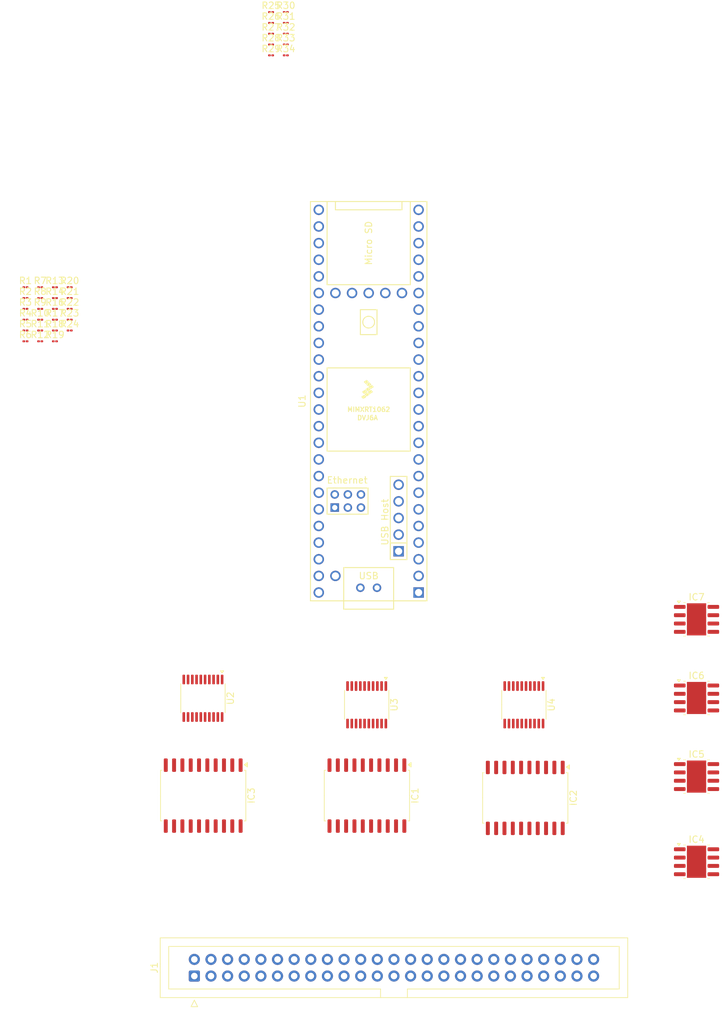
<source format=kicad_pcb>
(kicad_pcb (version 20240108) (generator "pcbnew") (generator_version "8.0")
  (layers (0 "F.Cu" signal) (31 "B.Cu" signal) (34 "B.Paste" user) (35 "F.Paste" user) (36 "B.SilkS" user "B.Silkscreen") (37 "F.SilkS" user "F.Silkscreen") (38 "B.Mask" user) (39 "F.Mask" user) (44 "Edge.Cuts" user))
  (net 0 "")
  (net 1 "GND")
  (net 2 "/cable_cb5")
  (net 3 "/cable_select_out_attn_in")
  (net 4 "/cable_command_req")
  (net 5 "/cable_cb7")
  (net 6 "/cable_index")
  (net 7 "/cable_sector_mark")
  (net 8 "/cable_read_data_d+")
  (net 9 "/cable_write_data_d-")
  (net 10 "/cable_write_gate")
  (net 12 "/cable_busy")
  (net 13 "/cable_read_data_d-")
  (net 14 "/cable_port_enable")
  (net 15 "/cable_read_ref_clock_d+")
  (net 16 "/cable_param_req")
  (net 17 "/cable_cb2")
  (net 18 "/cable_cb1")
  (net 19 "/cable_write_clock_d+")
  (net 20 "/cable_cb6")
  (net 21 "/cable_write_data_d+")
  (net 22 "/cable_cb0")
  (net 23 "/cable_attention")
  (net 25 "/cable_bus_ack")
  (net 26 "/cable_cb4")
  (net 27 "/cable_read_gate")
  (net 28 "/cable_read_ref_clock_d-")
  (net 29 "/cable_write_clock_d-")
  (net 30 "/cable_bus_direction")
  (net 31 "/cable_cb3")
  (net 33 "Net-(DS1-A_A)")
  (net 35 "Net-(DS1-A_B)")
  (net 40 "+3V3")
  (net 42 "Net-(DS1-A_C)")
  (net 49 "Net-(DS1-A_D)")
  (net 55 "Net-(DS1-A_E)")
  (net 58 "Net-(DS1-A_F)")
  (net 59 "Net-(DS1-A_G)")
  (net 69 "Net-(DS1-A_H)")
  (net 71 "Net-(DS1-A_J)")
  (net 79 "Net-(DS1-A_K)")
  (net 81 "/ansi_read_data_3v")
  (net 82 "/ansi_busy_3v")
  (net 85 "/ansi_cb4_3v")
  (net 86 "+5V")
  (net 87 "/ansi_cb6_3v")
  (net 90 "/ansi_read_gate_3v")
  (net 91 "/ansi_cb2_3v")
  (net 92 "/ansi_cb2_5v")
  (net 93 "/ansi_cb4_5v")
  (net 94 "/ansi_cb3_5v")
  (net 95 "/ansi_cb5_5v")
  (net 96 "/ansi_cb6_5v")
  (net 97 "/ansi_cb0_5v")
  (net 98 "/ansi_cb1_5v")
  (net 99 "/ansi_cb7_5v")
  (net 100 "/ansi_param_req_5v")
  (net 101 "/ansi_select_out_attn_in_5v")
  (net 102 "/ansi_read_gate_5v")
  (net 103 "/ansi_write_data_5v")
  (net 104 "/ansi_command_req_5v")
  (net 105 "/ansi_write_gate_5v")
  (net 106 "/ansi_write_clock_5v")
  (net 107 "/ansi_bus_direction_5v")
  (net 108 "/ansi_bus_ack_5v")
  (net 109 "/ansi_read_ref_clock_5v")
  (net 110 "/ansi_busy_5v")
  (net 111 "/ansi_sector_mark_5v")
  (net 112 "/ansi_read_data_5v")
  (net 113 "/ansi_index_5v")
  (net 114 "/ansi_port_enable_5v")
  (net 115 "/ansi_attention_5v")
  (net 128 "/ansi_sector_mark_3v")
  (net 129 "/ansi_cb3_3v")
  (net 130 "/ansi_attention_3v")
  (net 131 "/ansi_write_clock_3v")
  (net 132 "/ansi_cb7_3v")
  (net 133 "/ansi_select_out_attn_in_3v")
  (net 134 "/ansi_command_req_3v")
  (net 135 "/ansi_cb0_3v")
  (net 136 "/ansi_index_3v")
  (net 137 "/ansi_cb5_3v")
  (net 138 "/ansi_read_ref_clock_3v")
  (net 139 "/ansi_param_req_3v")
  (net 140 "/ansi_write_gate_3v")
  (net 141 "/ansi_bus_ack_3v")
  (net 142 "/ansi_port_enable_3v")
  (net 143 "/ansi_write_data_3v")
  (net 144 "/ansi_bus_direction_3v")
  (net 145 "/ansi_cb1_3v")
  (footprint "Resistor_SMD:R_01005_0402Metric" (layer "F.Cu") (at 68.725 31.7)
    (property "Reference" "R32" (at 0 -1 0) (layer "F.SilkS"))
    (property "Value" "150 / 10%")
    (pad "1" smd roundrect (at -0.25 0) (size 0.4 0.3) (layers "F.Cu" "F.Mask") (net 69 "Net-(DS1-A_H)"))
    (pad "2" smd roundrect (at 0.25 0) (size 0.4 0.3) (layers "F.Cu" "F.Mask"))
  )
  (footprint "Resistor_SMD:R_01005_0402Metric" (layer "F.Cu") (at 28.975 75.35)
    (property "Reference" "R4" (at 0 -1 0) (layer "F.SilkS"))
    (property "Value" "330 / %5")
    (pad "1" smd roundrect (at -0.25 0) (size 0.4 0.3) (layers "F.Cu" "F.Mask") (net 27 "/cable_read_gate"))
    (pad "2" smd roundrect (at 0.25 0) (size 0.4 0.3) (layers "F.Cu" "F.Mask") (net 1 "GND"))
  )
  (footprint "Resistor_SMD:R_01005_0402Metric" (layer "F.Cu") (at 35.725 77)
    (property "Reference" "R24" (at 0 -1 0) (layer "F.SilkS"))
    (property "Value" "100 / 10%")
    (pad "1" smd roundrect (at -0.25 0) (size 0.4 0.3) (layers "F.Cu" "F.Mask") (net 8 "/cable_read_data_d+"))
    (pad "2" smd roundrect (at 0.25 0) (size 0.4 0.3) (layers "F.Cu" "F.Mask") (net 1 "GND"))
  )
  (footprint "Resistor_SMD:R_01005_0402Metric" (layer "F.Cu") (at 33.475 78.65)
    (property "Reference" "R19" (at 0 -1 0) (layer "F.SilkS"))
    (property "Value" "100 / 10%")
    (pad "1" smd roundrect (at -0.25 0) (size 0.4 0.3) (layers "F.Cu" "F.Mask") (net 9 "/cable_write_data_d-"))
    (pad "2" smd roundrect (at 0.25 0) (size 0.4 0.3) (layers "F.Cu" "F.Mask") (net 1 "GND"))
  )
  (footprint "Resistor_SMD:R_01005_0402Metric" (layer "F.Cu") (at 28.975 78.65)
    (property "Reference" "R6" (at 0 -1 0) (layer "F.SilkS"))
    (property "Value" "330 / %5")
    (pad "1" smd roundrect (at -0.25 0) (size 0.4 0.3) (layers "F.Cu" "F.Mask") (net 10 "/cable_write_gate"))
    (pad "2" smd roundrect (at 0.25 0) (size 0.4 0.3) (layers "F.Cu" "F.Mask") (net 1 "GND"))
  )
  (footprint "Resistor_SMD:R_01005_0402Metric" (layer "F.Cu") (at 35.725 73.7)
    (property "Reference" "R22" (at 0 -1 0) (layer "F.SilkS"))
    (property "Value" "100 / 10%")
    (pad "1" smd roundrect (at -0.25 0) (size 0.4 0.3) (layers "F.Cu" "F.Mask") (net 15 "/cable_read_ref_clock_d+"))
    (pad "2" smd roundrect (at 0.25 0) (size 0.4 0.3) (layers "F.Cu" "F.Mask") (net 1 "GND"))
  )
  (footprint "Resistor_SMD:R_01005_0402Metric" (layer "F.Cu") (at 68.725 30.05)
    (property "Reference" "R31" (at 0 -1 0) (layer "F.SilkS"))
    (property "Value" "150 / 10%")
    (pad "1" smd roundrect (at -0.25 0) (size 0.4 0.3) (layers "F.Cu" "F.Mask") (net 59 "Net-(DS1-A_G)"))
    (pad "2" smd roundrect (at 0.25 0) (size 0.4 0.3) (layers "F.Cu" "F.Mask"))
  )
  (footprint "Resistor_SMD:R_01005_0402Metric" (layer "F.Cu") (at 33.475 73.7)
    (property "Reference" "R16" (at 0 -1 0) (layer "F.SilkS"))
    (property "Value" "10k / 10%")
    (pad "1" smd roundrect (at -0.25 0) (size 0.4 0.3) (layers "F.Cu" "F.Mask") (net 86 "+5V"))
    (pad "2" smd roundrect (at 0.25 0) (size 0.4 0.3) (layers "F.Cu" "F.Mask") (net 14 "/cable_port_enable"))
  )
  (footprint "Resistor_SMD:R_01005_0402Metric" (layer "F.Cu") (at 68.725 33.35)
    (property "Reference" "R33" (at 0 -1 0) (layer "F.SilkS"))
    (property "Value" "150 / 10%")
    (pad "1" smd roundrect (at -0.25 0) (size 0.4 0.3) (layers "F.Cu" "F.Mask") (net 71 "Net-(DS1-A_J)"))
    (pad "2" smd roundrect (at 0.25 0) (size 0.4 0.3) (layers "F.Cu" "F.Mask"))
  )
  (footprint "Resistor_SMD:R_01005_0402Metric" (layer "F.Cu") (at 35.725 75.35)
    (property "Reference" "R23" (at 0 -1 0) (layer "F.SilkS"))
    (property "Value" "100 / 10%")
    (pad "1" smd roundrect (at -0.25 0) (size 0.4 0.3) (layers "F.Cu" "F.Mask") (net 13 "/cable_read_data_d-"))
    (pad "2" smd roundrect (at 0.25 0) (size 0.4 0.3) (layers "F.Cu" "F.Mask") (net 1 "GND"))
  )
  (footprint "Package_SO:TSSOP-20_4.4x6.5mm_P0.65mm" (layer "F.Cu") (at 105.075 134.1375 -90)
    (property "Reference" "U4" (at 0 -4.2 90) (layer "F.SilkS"))
    (property "Value" "TXS0108EPW")
    (pad "1" smd roundrect (at -2.8625 -2.925 270) (size 1.475 0.4) (layers "F.Cu" "F.Paste" "F.Mask") (net 141 "/ansi_bus_ack_3v"))
    (pad "2" smd roundrect (at -2.8625 -2.275 270) (size 1.475 0.4) (layers "F.Cu" "F.Paste" "F.Mask") (net 40 "+3V3"))
    (pad "3" smd roundrect (at -2.8625 -1.625 270) (size 1.475 0.4) (layers "F.Cu" "F.Paste" "F.Mask") (net 136 "/ansi_index_3v"))
    (pad "4" smd roundrect (at -2.8625 -0.975 270) (size 1.475 0.4) (layers "F.Cu" "F.Paste" "F.Mask") (net 128 "/ansi_sector_mark_3v"))
    (pad "5" smd roundrect (at -2.8625 -0.325 270) (size 1.475 0.4) (layers "F.Cu" "F.Paste" "F.Mask") (net 130 "/ansi_attention_3v"))
    (pad "6" smd roundrect (at -2.8625 0.325 270) (size 1.475 0.4) (layers "F.Cu" "F.Paste" "F.Mask") (net 82 "/ansi_busy_3v"))
    (pad "7" smd roundrect (at -2.8625 0.975 270) (size 1.475 0.4) (layers "F.Cu" "F.Paste" "F.Mask") (net 142 "/ansi_port_enable_3v"))
    (pad "8" smd roundrect (at -2.8625 1.625 270) (size 1.475 0.4) (layers "F.Cu" "F.Paste" "F.Mask") (net 138 "/ansi_read_ref_clock_3v"))
    (pad "9" smd roundrect (at -2.8625 2.275 270) (size 1.475 0.4) (layers "F.Cu" "F.Paste" "F.Mask") (net 81 "/ansi_read_data_3v"))
    (pad "10" smd roundrect (at -2.8625 2.925 270) (size 1.475 0.4) (layers "F.Cu" "F.Paste" "F.Mask") (net 86 "+5V"))
    (pad "11" smd roundrect (at 2.8625 2.925 270) (size 1.475 0.4) (layers "F.Cu" "F.Paste" "F.Mask") (net 1 "GND"))
    (pad "12" smd roundrect (at 2.8625 2.275 270) (size 1.475 0.4) (layers "F.Cu" "F.Paste" "F.Mask") (net 112 "/ansi_read_data_5v"))
    (pad "13" smd roundrect (at 2.8625 1.625 270) (size 1.475 0.4) (layers "F.Cu" "F.Paste" "F.Mask") (net 109 "/ansi_read_ref_clock_5v"))
    (pad "14" smd roundrect (at 2.8625 0.975 270) (size 1.475 0.4) (layers "F.Cu" "F.Paste" "F.Mask") (net 114 "/ansi_port_enable_5v"))
    (pad "15" smd roundrect (at 2.8625 0.325 270) (size 1.475 0.4) (layers "F.Cu" "F.Paste" "F.Mask") (net 110 "/ansi_busy_5v"))
    (pad "16" smd roundrect (at 2.8625 -0.325 270) (size 1.475 0.4) (layers "F.Cu" "F.Paste" "F.Mask") (net 115 "/ansi_attention_5v"))
    (pad "17" smd roundrect (at 2.8625 -0.975 270) (size 1.475 0.4) (layers "F.Cu" "F.Paste" "F.Mask") (net 111 "/ansi_sector_mark_5v"))
    (pad "18" smd roundrect (at 2.8625 -1.625 270) (size 1.475 0.4) (layers "F.Cu" "F.Paste" "F.Mask") (net 113 "/ansi_index_5v"))
    (pad "19" smd roundrect (at 2.8625 -2.275 270) (size 1.475 0.4) (layers "F.Cu" "F.Paste" "F.Mask") (net 86 "+5V"))
    (pad "20" smd roundrect (at 2.8625 -2.925 270) (size 1.475 0.4) (layers "F.Cu" "F.Paste" "F.Mask") (net 108 "/ansi_bus_ack_5v"))
  )
  (footprint "Package_SO:SOIC-8-1EP_3.9x4.9mm_P1.27mm_EP2.95x4.9mm_Mask2.71x3.4mm" (layer "F.Cu") (at 131.4375 158.095)
    (property "Reference" "IC4" (at 0 -3.4 0) (layer "F.SilkS"))
    (property "Value" "SN75176BP")
    (pad "1" smd roundrect (at -2.5625 -1.905) (size 1.775 0.6) (layers "F.Cu" "F.Paste" "F.Mask") (net 106 "/ansi_write_clock_5v"))
    (pad "2" smd roundrect (at -2.5625 -0.635) (size 1.775 0.6) (layers "F.Cu" "F.Paste" "F.Mask") (net 1 "GND"))
    (pad "3" smd roundrect (at -2.5625 0.635) (size 1.775 0.6) (layers "F.Cu" "F.Paste" "F.Mask") (net 1 "GND"))
    (pad "4" smd roundrect (at -2.5625 1.905) (size 1.775 0.6) (layers "F.Cu" "F.Paste" "F.Mask"))
    (pad "5" smd roundrect (at 2.5625 1.905) (size 1.775 0.6) (layers "F.Cu" "F.Paste" "F.Mask") (net 1 "GND"))
    (pad "6" smd roundrect (at 2.5625 0.635) (size 1.775 0.6) (layers "F.Cu" "F.Paste" "F.Mask") (net 19 "/cable_write_clock_d+"))
    (pad "7" smd roundrect (at 2.5625 -0.635) (size 1.775 0.6) (layers "F.Cu" "F.Paste" "F.Mask") (net 29 "/cable_write_clock_d-"))
    (pad "8" smd roundrect (at 2.5625 -1.905) (size 1.775 0.6) (layers "F.Cu" "F.Paste" "F.Mask") (net 86 "+5V"))
    (pad "9" smd rect (at 0 0) (size 2.95 4.9) (property pad_prop_heatsink) (layers "F.Cu"))
  )
  (footprint "Resistor_SMD:R_01005_0402Metric" (layer "F.Cu") (at 28.975 73.7)
    (property "Reference" "R3" (at 0 -1 0) (layer "F.SilkS"))
    (property "Value" "220 / 5%")
    (pad "1" smd roundrect (at -0.25 0) (size 0.4 0.3) (layers "F.Cu" "F.Mask") (net 86 "+5V"))
    (pad "2" smd roundrect (at 0.25 0) (size 0.4 0.3) (layers "F.Cu" "F.Mask") (net 27 "/cable_read_gate"))
  )
  (footprint "Resistor_SMD:R_01005_0402Metric" (layer "F.Cu") (at 31.225 72.05)
    (property "Reference" "R8" (at 0 -1 0) (layer "F.SilkS"))
    (property "Value" "330 / %5")
    (pad "1" smd roundrect (at -0.25 0) (size 0.4 0.3) (layers "F.Cu" "F.Mask") (net 3 "/cable_select_out_attn_in"))
    (pad "2" smd roundrect (at 0.25 0) (size 0.4 0.3) (layers "F.Cu" "F.Mask") (net 1 "GND"))
  )
  (footprint "Resistor_SMD:R_01005_0402Metric" (layer "F.Cu") (at 31.225 75.35)
    (property "Reference" "R10" (at 0 -1 0) (layer "F.SilkS"))
    (property "Value" "330 / %5")
    (pad "1" smd roundrect (at -0.25 0) (size 0.4 0.3) (layers "F.Cu" "F.Mask") (net 4 "/cable_command_req"))
    (pad "2" smd roundrect (at 0.25 0) (size 0.4 0.3) (layers "F.Cu" "F.Mask") (net 1 "GND"))
  )
  (footprint "Connector_IDC:IDC-Header_2x25_P2.54mm_Vertical" (layer "F.Cu") (at 54.76 175.54 90)
    (property "Reference" "J1" (at 1.27 -6.1 -90) (layer "F.SilkS"))
    (property "Value" "Conn_02x25_Odd_Even")
    (pad "1" thru_hole roundrect (at 0 0 90) (size 1.7 1.7) (drill 1) (layers "*.Cu" "*.Mask") (roundrect_rratio 0.147059) (net 1 "GND"))
    (pad "2" thru_hole circle (at 2.54 0 90) (size 1.7 1.7) (drill 1) (layers "*.Cu" "*.Mask") (net 22 "/cable_cb0"))
    (pad "3" thru_hole circle (at 0 2.54 90) (size 1.7 1.7) (drill 1) (layers "*.Cu" "*.Mask") (net 18 "/cable_cb1"))
    (pad "4" thru_hole circle (at 2.54 2.54 90) (size 1.7 1.7) (drill 1) (layers "*.Cu" "*.Mask") (net 17 "/cable_cb2"))
    (pad "5" thru_hole circle (at 0 5.08 90) (size 1.7 1.7) (drill 1) (layers "*.Cu" "*.Mask") (net 31 "/cable_cb3"))
    (pad "6" thru_hole circle (at 2.54 5.08 90) (size 1.7 1.7) (drill 1) (layers "*.Cu" "*.Mask") (net 26 "/cable_cb4"))
    (pad "7" thru_hole circle (at 0 7.62 90) (size 1.7 1.7) (drill 1) (layers "*.Cu" "*.Mask") (net 2 "/cable_cb5"))
    (pad "8" thru_hole circle (at 2.54 7.62 90) (size 1.7 1.7) (drill 1) (layers "*.Cu" "*.Mask") (net 20 "/cable_cb6"))
    (pad "9" thru_hole circle (at 0 10.16 90) (size 1.7 1.7) (drill 1) (layers "*.Cu" "*.Mask") (net 5 "/cable_cb7"))
    (pad "10" thru_hole circle (at 2.54 10.16 90) (size 1.7 1.7) (drill 1) (layers "*.Cu" "*.Mask") (net 1 "GND"))
    (pad "11" thru_hole circle (at 0 12.7 90) (size 1.7 1.7) (drill 1) (layers "*.Cu" "*.Mask"))
    (pad "12" thru_hole circle (at 2.54 12.7 90) (size 1.7 1.7) (drill 1) (layers "*.Cu" "*.Mask") (net 1 "GND"))
    (pad "13" thru_hole circle (at 0 15.24 90) (size 1.7 1.7) (drill 1) (layers "*.Cu" "*.Mask") (net 3 "/cable_select_out_attn_in"))
    (pad "14" thru_hole circle (at 2.54 15.24 90) (size 1.7 1.7) (drill 1) (layers "*.Cu" "*.Mask") (net 1 "GND"))
    (pad "15" thru_hole circle (at 0 17.78 90) (size 1.7 1.7) (drill 1) (layers "*.Cu" "*.Mask") (net 4 "/cable_command_req"))
    (pad "16" thru_hole circle (at 2.54 17.78 90) (size 1.7 1.7) (drill 1) (layers "*.Cu" "*.Mask") (net 1 "GND"))
    (pad "17" thru_hole circle (at 0 20.32 90) (size 1.7 1.7) (drill 1) (layers "*.Cu" "*.Mask") (net 16 "/cable_param_req"))
    (pad "18" thru_hole circle (at 2.54 20.32 90) (size 1.7 1.7) (drill 1) (layers "*.Cu" "*.Mask") (net 1 "GND"))
    (pad "19" thru_hole circle (at 0 22.86 90) (size 1.7 1.7) (drill 1) (layers "*.Cu" "*.Mask") (net 30 "/cable_bus_direction"))
    (pad "20" thru_hole circle (at 2.54 22.86 90) (size 1.7 1.7) (drill 1) (layers "*.Cu" "*.Mask") (net 1 "GND"))
    (pad "21" thru_hole circle (at 0 25.4 90) (size 1.7 1.7) (drill 1) (layers "*.Cu" "*.Mask") (net 14 "/cable_port_enable"))
    (pad "22" thru_hole circle (at 2.54 25.4 90) (size 1.7 1.7) (drill 1) (layers "*.Cu" "*.Mask") (net 1 "GND"))
    (pad "23" thru_hole circle (at 0 27.94 90) (size 1.7 1.7) (drill 1) (layers "*.Cu" "*.Mask"))
    (pad "24" thru_hole circle (at 2.54 27.94 90) (size 1.7 1.7) (drill 1) (layers "*.Cu" "*.Mask") (net 1 "GND"))
    (pad "25" thru_hole circle (at 0 30.48 90) (size 1.7 1.7) (drill 1) (layers "*.Cu" "*.Mask") (net 27 "/cable_read_gate"))
    (pad "26" thru_hole circle (at 2.54 30.48 90) (size 1.7 1.7) (drill 1) (layers "*.Cu" "*.Mask") (net 1 "GND"))
    (pad "27" thru_hole circle (at 0 33.02 90) (size 1.7 1.7) (drill 1) (layers "*.Cu" "*.Mask") (net 10 "/cable_write_gate"))
    (pad "28" thru_hole circle (at 2.54 33.02 90) (size 1.7 1.7) (drill 1) (layers "*.Cu" "*.Mask") (net 1 "GND"))
    (pad "29" thru_hole circle (at 0 35.56 90) (size 1.7 1.7) (drill 1) (layers "*.Cu" "*.Mask") (net 25 "/cable_bus_ack"))
    (pad "30" thru_hole circle (at 2.54 35.56 90) (size 1.7 1.7) (drill 1) (layers "*.Cu" "*.Mask") (net 1 "GND"))
    (pad "31" thru_hole circle (at 0 38.1 90) (size 1.7 1.7) (drill 1) (layers "*.Cu" "*.Mask") (net 6 "/cable_index"))
    (pad "32" thru_hole circle (at 2.54 38.1 90) (size 1.7 1.7) (drill 1) (layers "*.Cu" "*.Mask") (net 1 "GND"))
    (pad "33" thru_hole circle (at 0 40.64 90) (size 1.7 1.7) (drill 1) (layers "*.Cu" "*.Mask") (net 7 "/cable_sector_mark"))
    (pad "34" thru_hole circle (at 2.54 40.64 90) (size 1.7 1.7) (drill 1) (layers "*.Cu" "*.Mask") (net 1 "GND"))
    (pad "35" thru_hole circle (at 0 43.18 90) (size 1.7 1.7) (drill 1) (layers "*.Cu" "*.Mask") (net 23 "/cable_attention"))
    (pad "36" thru_hole circle (at 2.54 43.18 90) (size 1.7 1.7) (drill 1) (layers "*.Cu" "*.Mask") (net 1 "GND"))
    (pad "37" thru_hole circle (at 0 45.72 90) (size 1.7 1.7) (drill 1) (layers "*.Cu" "*.Mask") (net 12 "/cable_busy"))
    (pad "38" thru_hole circle (at 2.54 45.72 90) (size 1.7 1.7) (drill 1) (layers "*.Cu" "*.Mask") (net 1 "GND"))
    (pad "39" thru_hole circle (at 0 48.26 90) (size 1.7 1.7) (drill 1) (layers "*.Cu" "*.Mask") (net 8 "/cable_read_data_d+"))
    (pad "40" thru_hole circle (at 2.54 48.26 90) (size 1.7 1.7) (drill 1) (layers "*.Cu" "*.Mask") (net 13 "/cable_read_data_d-"))
    (pad "41" thru_hole circle (at 0 50.8 90) (size 1.7 1.7) (drill 1) (layers "*.Cu" "*.Mask") (net 1 "GND"))
    (pad "42" thru_hole circle (at 2.54 50.8 90) (size 1.7 1.7) (drill 1) (layers "*.Cu" "*.Mask") (net 15 "/cable_read_ref_clock_d+"))
    (pad "43" thru_hole circle (at 0 53.34 90) (size 1.7 1.7) (drill 1) (layers "*.Cu" "*.Mask") (net 28 "/cable_read_ref_clock_d-"))
    (pad "44" thru_hole circle (at 2.54 53.34 90) (size 1.7 1.7) (drill 1) (layers "*.Cu" "*.Mask") (net 1 "GND"))
    (pad "45" thru_hole circle (at 0 55.88 90) (size 1.7 1.7) (drill 1) (layers "*.Cu" "*.Mask") (net 19 "/cable_write_clock_d+"))
    (pad "46" thru_hole circle (at 2.54 55.88 90) (size 1.7 1.7) (drill 1) (layers "*.Cu" "*.Mask") (net 29 "/cable_write_clock_d-"))
    (pad "47" thru_hole circle (at 0 58.42 90) (size 1.7 1.7) (drill 1) (layers "*.Cu" "*.Mask") (net 1 "GND"))
    (pad "48" thru_hole circle (at 2.54 58.42 90) (size 1.7 1.7) (drill 1) (layers "*.Cu" "*.Mask") (net 21 "/cable_write_data_d+"))
    (pad "49" thru_hole circle (at 0 60.96 90) (size 1.7 1.7) (drill 1) (layers "*.Cu" "*.Mask") (net 9 "/cable_write_data_d-"))
    (pad "50" thru_hole circle (at 2.54 60.96 90) (size 1.7 1.7) (drill 1) (layers "*.Cu" "*.Mask") (net 1 "GND"))
  )
  (footprint "Resistor_SMD:R_01005_0402Metric" (layer "F.Cu") (at 31.225 78.65)
    (property "Reference" "R12" (at 0 -1 0) (layer "F.SilkS"))
    (property "Value" "330 / %5")
    (pad "1" smd roundrect (at -0.25 0) (size 0.4 0.3) (layers "F.Cu" "F.Mask") (net 16 "/cable_param_req"))
    (pad "2" smd roundrect (at 0.25 0) (size 0.4 0.3) (layers "F.Cu" "F.Mask") (net 1 "GND"))
  )
  (footprint "Package_SO:SOIC-8-1EP_3.9x4.9mm_P1.27mm_EP2.95x4.9mm_Mask2.71x3.4mm" (layer "F.Cu") (at 131.4375 145.095)
    (property "Reference" "IC5" (at 0 -3.4 0) (layer "F.SilkS"))
    (property "Value" "SN75176BP")
    (pad "1" smd roundrect (at -2.5625 -1.905) (size 1.775 0.6) (layers "F.Cu" "F.Paste" "F.Mask") (net 103 "/ansi_write_data_5v"))
    (pad "2" smd roundrect (at -2.5625 -0.635) (size 1.775 0.6) (layers "F.Cu" "F.Paste" "F.Mask") (net 1 "GND"))
    (pad "3" smd roundrect (at -2.5625 0.635) (size 1.775 0.6) (layers "F.Cu" "F.Paste" "F.Mask") (net 1 "GND"))
    (pad "4" smd roundrect (at -2.5625 1.905) (size 1.775 0.6) (layers "F.Cu" "F.Paste" "F.Mask"))
    (pad "5" smd roundrect (at 2.5625 1.905) (size 1.775 0.6) (layers "F.Cu" "F.Paste" "F.Mask") (net 1 "GND"))
    (pad "6" smd roundrect (at 2.5625 0.635) (size 1.775 0.6) (layers "F.Cu" "F.Paste" "F.Mask") (net 21 "/cable_write_data_d+"))
    (pad "7" smd roundrect (at 2.5625 -0.635) (size 1.775 0.6) (layers "F.Cu" "F.Paste" "F.Mask") (net 9 "/cable_write_data_d-"))
    (pad "8" smd roundrect (at 2.5625 -1.905) (size 1.775 0.6) (layers "F.Cu" "F.Paste" "F.Mask") (net 86 "+5V"))
    (pad "9" smd rect (at 0 0) (size 2.95 4.9) (property pad_prop_heatsink) (layers "F.Cu"))
  )
  (footprint "Resistor_SMD:R_01005_0402Metric" (layer "F.Cu") (at 33.475 75.35)
    (property "Reference" "R17" (at 0 -1 0) (layer "F.SilkS"))
    (property "Value" "100 / 10%")
    (pad "1" smd roundrect (at -0.25 0) (size 0.4 0.3) (layers "F.Cu" "F.Mask") (net 29 "/cable_write_clock_d-"))
    (pad "2" smd roundrect (at 0.25 0) (size 0.4 0.3) (layers "F.Cu" "F.Mask") (net 1 "GND"))
  )
  (footprint "Resistor_SMD:R_01005_0402Metric" (layer "F.Cu") (at 66.475 31.7)
    (property "Reference" "R27" (at 0 -1 0) (layer "F.SilkS"))
    (property "Value" "150 / 10%")
    (pad "1" smd roundrect (at -0.25 0) (size 0.4 0.3) (layers "F.Cu" "F.Mask") (net 42 "Net-(DS1-A_C)"))
    (pad "2" smd roundrect (at 0.25 0) (size 0.4 0.3) (layers "F.Cu" "F.Mask"))
  )
  (footprint "Package_SO:SOIC-8-1EP_3.9x4.9mm_P1.27mm_EP2.95x4.9mm_Mask2.71x3.4mm" (layer "F.Cu") (at 131.4375 133.095)
    (property "Reference" "IC6" (at 0 -3.4 0) (layer "F.SilkS"))
    (property "Value" "SN75176BP")
    (pad "1" smd roundrect (at -2.5625 -1.905) (size 1.775 0.6) (layers "F.Cu" "F.Paste" "F.Mask"))
    (pad "2" smd roundrect (at -2.5625 -0.635) (size 1.775 0.6) (layers "F.Cu" "F.Paste" "F.Mask") (net 86 "+5V"))
    (pad "3" smd roundrect (at -2.5625 0.635) (size 1.775 0.6) (layers "F.Cu" "F.Paste" "F.Mask") (net 86 "+5V"))
    (pad "4" smd roundrect (at -2.5625 1.905) (size 1.775 0.6) (layers "F.Cu" "F.Paste" "F.Mask") (net 109 "/ansi_read_ref_clock_5v"))
    (pad "5" smd roundrect (at 2.5625 1.905) (size 1.775 0.6) (layers "F.Cu" "F.Paste" "F.Mask") (net 1 "GND"))
    (pad "6" smd roundrect (at 2.5625 0.635) (size 1.775 0.6) (layers "F.Cu" "F.Paste" "F.Mask") (net 15 "/cable_read_ref_clock_d+"))
    (pad "7" smd roundrect (at 2.5625 -0.635) (size 1.775 0.6) (layers "F.Cu" "F.Paste" "F.Mask") (net 28 "/cable_read_ref_clock_d-"))
    (pad "8" smd roundrect (at 2.5625 -1.905) (size 1.775 0.6) (layers "F.Cu" "F.Paste" "F.Mask") (net 86 "+5V"))
    (pad "9" smd rect (at 0 0) (size 2.95 4.9) (property pad_prop_heatsink) (layers "F.Cu"))
  )
  (footprint "Resistor_SMD:R_01005_0402Metric" (layer "F.Cu") (at 35.725 72.05)
    (property "Reference" "R21" (at 0 -1 0) (layer "F.SilkS"))
    (property "Value" "100 / 10%")
    (pad "1" smd roundrect (at -0.25 0) (size 0.4 0.3) (layers "F.Cu" "F.Mask") (net 28 "/cable_read_ref_clock_d-"))
    (pad "2" smd roundrect (at 0.25 0) (size 0.4 0.3) (layers "F.Cu" "F.Mask") (net 1 "GND"))
  )
  (footprint "Resistor_SMD:R_01005_0402Metric" (layer "F.Cu") (at 33.475 70.4)
    (property "Reference" "R13" (at 0 -1 0) (layer "F.SilkS"))
    (property "Value" "220 / 5%")
    (pad "1" smd roundrect (at -0.25 0) (size 0.4 0.3) (layers "F.Cu" "F.Mask") (net 86 "+5V"))
    (pad "2" smd roundrect (at 0.25 0) (size 0.4 0.3) (layers "F.Cu" "F.Mask") (net 14 "/cable_port_enable"))
  )
  (footprint "Resistor_SMD:R_01005_0402Metric" (layer "F.Cu") (at 33.475 77)
    (property "Reference" "R18" (at 0 -1 0) (layer "F.SilkS"))
    (property "Value" "100 / 10%")
    (pad "1" smd roundrect (at -0.25 0) (size 0.4 0.3) (layers "F.Cu" "F.Mask") (net 19 "/cable_write_clock_d+"))
    (pad "2" smd roundrect (at 0.25 0) (size 0.4 0.3) (layers "F.Cu" "F.Mask") (net 1 "GND"))
  )
  (footprint "Resistor_SMD:R_01005_0402Metric" (layer "F.Cu") (at 31.225 73.7)
    (property "Reference" "R9" (at 0 -1 0) (layer "F.SilkS"))
    (property "Value" "220 / 5%")
    (pad "1" smd roundrect (at -0.25 0) (size 0.4 0.3) (layers "F.Cu" "F.Mask") (net 86 "+5V"))
    (pad "2" smd roundrect (at 0.25 0) (size 0.4 0.3) (layers "F.Cu" "F.Mask") (net 4 "/cable_command_req"))
  )
  (footprint "Resistor_SMD:R_01005_0402Metric" (layer "F.Cu") (at 28.975 70.4)
    (property "Reference" "R1" (at 0 -1 0) (layer "F.SilkS"))
    (property "Value" "220 / 5%")
    (pad "1" smd roundrect (at -0.25 0) (size 0.4 0.3) (layers "F.Cu" "F.Mask") (net 86 "+5V"))
    (pad "2" smd roundrect (at 0.25 0) (size 0.4 0.3) (layers "F.Cu" "F.Mask") (net 30 "/cable_bus_direction"))
  )
  (footprint "Resistor_SMD:R_01005_0402Metric" (layer "F.Cu") (at 33.475 72.05)
    (property "Reference" "R14" (at 0 -1 0) (layer "F.SilkS"))
    (property "Value" "330 / %5")
    (pad "1" smd roundrect (at -0.25 0) (size 0.4 0.3) (layers "F.Cu" "F.Mask") (net 14 "/cable_port_enable"))
    (pad "2" smd roundrect (at 0.25 0) (size 0.4 0.3) (layers "F.Cu" "F.Mask") (net 1 "GND"))
  )
  (footprint "Package_SO:SOIC-8-1EP_3.9x4.9mm_P1.27mm_EP2.95x4.9mm_Mask2.71x3.4mm" (layer "F.Cu") (at 131.4375 121.095)
    (property "Reference" "IC7" (at 0 -3.4 0) (layer "F.SilkS"))
    (property "Value" "SN75176BP")
    (pad "1" smd roundrect (at -2.5625 -1.905) (size 1.775 0.6) (layers "F.Cu" "F.Paste" "F.Mask"))
    (pad "2" smd roundrect (at -2.5625 -0.635) (size 1.775 0.6) (layers "F.Cu" "F.Paste" "F.Mask") (net 86 "+5V"))
    (pad "3" smd roundrect (at -2.5625 0.635) (size 1.775 0.6) (layers "F.Cu" "F.Paste" "F.Mask") (net 86 "+5V"))
    (pad "4" smd roundrect (at -2.5625 1.905) (size 1.775 0.6) (layers "F.Cu" "F.Paste" "F.Mask") (net 112 "/ansi_read_data_5v"))
    (pad "5" smd roundrect (at 2.5625 1.905) (size 1.775 0.6) (layers "F.Cu" "F.Paste" "F.Mask") (net 1 "GND"))
    (pad "6" smd roundrect (at 2.5625 0.635) (size 1.775 0.6) (layers "F.Cu" "F.Paste" "F.Mask") (net 8 "/cable_read_data_d+"))
    (pad "7" smd roundrect (at 2.5625 -0.635) (size 1.775 0.6) (layers "F.Cu" "F.Paste" "F.Mask") (net 13 "/cable_read_data_d-"))
    (pad "8" smd roundrect (at 2.5625 -1.905) (size 1.775 0.6) (layers "F.Cu" "F.Paste" "F.Mask") (net 86 "+5V"))
    (pad "9" smd rect (at 0 0) (size 2.95 4.9) (property pad_prop_heatsink) (layers "F.Cu"))
  )
  (footprint "Package_SO:SOIC-20W_7.5x12.8mm_P1.27mm" (layer "F.Cu") (at 56.11 148 -90)
    (property "Reference" "IC3" (at 0 -7.35 90) (layer "F.SilkS"))
    (property "Value" "74FCT621ATSOG")
    (pad "1" smd roundrect (at -4.65 -5.715 270) (size 2.05 0.6) (layers "F.Cu" "F.Paste" "F.Mask") (net 86 "+5V"))
    (pad "2" smd roundrect (at -4.65 -4.445 270) (size 2.05 0.6) (layers "F.Cu" "F.Paste" "F.Mask") (net 99 "/ansi_cb7_5v"))
    (pad "3" smd roundrect (at -4.65 -3.175 270) (size 2.05 0.6) (layers "F.Cu" "F.Paste" "F.Mask") (net 95 "/ansi_cb5_5v"))
    (pad "4" smd roundrect (at -4.65 -1.905 270) (size 2.05 0.6) (layers "F.Cu" "F.Paste" "F.Mask") (net 94 "/ansi_cb3_5v"))
    (pad "5" smd roundrect (at -4.65 -0.635 270) (size 2.05 0.6) (layers "F.Cu" "F.Paste" "F.Mask") (net 98 "/ansi_cb1_5v"))
    (pad "6" smd roundrect (at -4.65 0.635 270) (size 2.05 0.6) (layers "F.Cu" "F.Paste" "F.Mask") (net 96 "/ansi_cb6_5v"))
    (pad "7" smd roundrect (at -4.65 1.905 270) (size 2.05 0.6) (layers "F.Cu" "F.Paste" "F.Mask") (net 93 "/ansi_cb4_5v"))
    (pad "8" smd roundrect (at -4.65 3.175 270) (size 2.05 0.6) (layers "F.Cu" "F.Paste" "F.Mask") (net 92 "/ansi_cb2_5v"))
    (pad "9" smd roundrect (at -4.65 4.445 270) (size 2.05 0.6) (layers "F.Cu" "F.Paste" "F.Mask") (net 97 "/ansi_cb0_5v"))
    (pad "10" smd roundrect (at -4.65 5.715 270) (size 2.05 0.6) (layers "F.Cu" "F.Paste" "F.Mask") (net 1 "GND"))
    (pad "11" smd roundrect (at 4.65 5.715 270) (size 2.05 0.6) (layers "F.Cu" "F.Paste" "F.Mask") (net 22 "/cable_cb0"))
    (pad "12" smd roundrect (at 4.65 4.445 270) (size 2.05 0.6) (layers "F.Cu" "F.Paste" "F.Mask") (net 17 "/cable_cb2"))
    (pad "13" smd roundrect (at 4.65 3.175 270) (size 2.05 0.6) (layers "F.Cu" "F.Paste" "F.Mask") (net 26 "/cable_cb4"))
    (pad "14" smd roundrect (at 4.65 1.905 270) (size 2.05 0.6) (layers "F.Cu" "F.Paste" "F.Mask") (net 20 "/cable_cb6"))
    (pad "15" smd roundrect (at 4.65 0.635 270) (size 2.05 0.6) (layers "F.Cu" "F.Paste" "F.Mask") (net 18 "/cable_cb1"))
    (pad "16" smd roundrect (at 4.65 -0.635 270) (size 2.05 0.6) (layers "F.Cu" "F.Paste" "F.Mask") (net 31 "/cable_cb3"))
    (pad "17" smd roundrect (at 4.65 -1.905 270) (size 2.05 0.6) (layers "F.Cu" "F.Paste" "F.Mask") (net 2 "/cable_cb5"))
    (pad "18" smd roundrect (at 4.65 -3.175 270) (size 2.05 0.6) (layers "F.Cu" "F.Paste" "F.Mask") (net 5 "/cable_cb7"))
    (pad "19" smd roundrect (at 4.65 -4.445 270) (size 2.05 0.6) (layers "F.Cu" "F.Paste" "F.Mask") (net 1 "GND"))
    (pad "20" smd roundrect (at 4.65 -5.715 270) (size 2.05 0.6) (layers "F.Cu" "F.Paste" "F.Mask") (net 86 "+5V"))
  )
  (footprint "Resistor_SMD:R_01005_0402Metric" (layer "F.Cu") (at 66.475 30.05)
    (property "Reference" "R26" (at 0 -1 0) (layer "F.SilkS"))
    (property "Value" "150 / 10%")
    (pad "1" smd roundrect (at -0.25 0) (size 0.4 0.3) (layers "F.Cu" "F.Mask") (net 35 "Net-(DS1-A_B)"))
    (pad "2" smd roundrect (at 0.25 0) (size 0.4 0.3) (layers "F.Cu" "F.Mask") (net 14 "/cable_port_enable"))
  )
  (footprint "Resistor_SMD:R_01005_0402Metric" (layer "F.Cu") (at 28.975 72.05)
    (property "Reference" "R2" (at 0 -1 0) (layer "F.SilkS"))
    (property "Value" "330 / %5")
    (pad "1" smd roundrect (at -0.25 0) (size 0.4 0.3) (layers "F.Cu" "F.Mask") (net 30 "/cable_bus_direction"))
    (pad "2" smd roundrect (at 0.25 0) (size 0.4 0.3) (layers "F.Cu" "F.Mask") (net 1 "GND"))
  )
  (footprint "teensy:Teensy41" (layer "F.Cu") (at 81.38 87.79 90)
    (property "Reference" "U1" (at 0 -10.16 -90) (layer "F.SilkS"))
    (property "Value" "Teensy4.1")
    (fp_text user "Micro SD" (at 24.13 0 -90) (layer "F.SilkS"))
    (fp_text user "MIMXRT1062" (at -1.27 0 0) (layer "F.SilkS") (effects (font (size 0.7 0.7))))
    (fp_text user "USB" (at -26.67 0 0) (layer "F.SilkS"))
    (fp_text user "DVJ6A" (at -2.54 -0.18 0) (layer "F.SilkS") (effects (font (size 0.7 0.7))))
    (fp_text user "Ethernet" (at -12.065 -3.2766 0) (layer "F.SilkS"))
    (fp_text user "USB Host" (at -18.4658 2.4892 -90) (layer "F.SilkS"))
    (pad "1" thru_hole rect (at -29.21 7.62 90) (size 1.6 1.6) (drill 1.1) (layers "*.Cu" "*.Mask") (net 1 "GND"))
    (pad "2" thru_hole circle (at -26.67 7.62 90) (size 1.6 1.6) (drill 1.1) (layers "*.Cu" "*.Mask") (net 135 "/ansi_cb0_3v"))
    (pad "3" thru_hole circle (at -24.13 7.62 90) (size 1.6 1.6) (drill 1.1) (layers "*.Cu" "*.Mask") (net 91 "/ansi_cb2_3v"))
    (pad "4" thru_hole circle (at -21.59 7.62 90) (size 1.6 1.6) (drill 1.1) (layers "*.Cu" "*.Mask") (net 85 "/ansi_cb4_3v"))
    (pad "5" thru_hole circle (at -19.05 7.62 90) (size 1.6 1.6) (drill 1.1) (layers "*.Cu" "*.Mask") (net 87 "/ansi_cb6_3v"))
    (pad "6" thru_hole circle (at -16.51 7.62 90) (size 1.6 1.6) (drill 1.1) (layers "*.Cu" "*.Mask") (net 145 "/ansi_cb1_3v"))
    (pad "7" thru_hole circle (at -13.97 7.62 90) (size 1.6 1.6) (drill 1.1) (layers "*.Cu" "*.Mask") (net 129 "/ansi_cb3_3v"))
    (pad "8" thru_hole circle (at -11.43 7.62 90) (size 1.6 1.6) (drill 1.1) (layers "*.Cu" "*.Mask") (net 137 "/ansi_cb5_3v"))
    (pad "9" thru_hole circle (at -8.89 7.62 90) (size 1.6 1.6) (drill 1.1) (layers "*.Cu" "*.Mask") (net 132 "/ansi_cb7_3v"))
    (pad "10" thru_hole circle (at -6.35 7.62 90) (size 1.6 1.6) (drill 1.1) (layers "*.Cu" "*.Mask"))
    (pad "11" thru_hole circle (at -3.81 7.62 90) (size 1.6 1.6) (drill 1.1) (layers "*.Cu" "*.Mask"))
    (pad "12" thru_hole circle (at -1.27 7.62 90) (size 1.6 1.6) (drill 1.1) (layers "*.Cu" "*.Mask"))
    (pad "13" thru_hole circle (at 1.27 7.62 90) (size 1.6 1.6) (drill 1.1) (layers "*.Cu" "*.Mask"))
    (pad "14" thru_hole circle (at 3.81 7.62 90) (size 1.6 1.6) (drill 1.1) (layers "*.Cu" "*.Mask"))
    (pad "15" thru_hole circle (at 6.35 7.62 90) (size 1.6 1.6) (drill 1.1) (layers "*.Cu" "*.Mask") (net 40 "+3V3"))
    (pad "16" thru_hole circle (at 8.89 7.62 90) (size 1.6 1.6) (drill 1.1) (layers "*.Cu" "*.Mask"))
    (pad "17" thru_hole circle (at 11.43 7.62 90) (size 1.6 1.6) (drill 1.1) (layers "*.Cu" "*.Mask"))
    (pad "18" thru_hole circle (at 13.97 7.62 90) (size 1.6 1.6) (drill 1.1) (layers "*.Cu" "*.Mask"))
    (pad "19" thru_hole circle (at 16.51 7.62 90) (size 1.6 1.6) (drill 1.1) (layers "*.Cu" "*.Mask") (net 133 "/ansi_select_out_attn_in_3v"))
    (pad "20" thru_hole circle (at 19.05 7.62 90) (size 1.6 1.6) (drill 1.1) (layers "*.Cu" "*.Mask") (net 134 "/ansi_command_req_3v"))
    (pad "21" thru_hole circle (at 21.59 7.62 90) (size 1.6 1.6) (drill 1.1) (layers "*.Cu" "*.Mask") (net 139 "/ansi_param_req_3v"))
    (pad "22" thru_hole circle (at 24.13 7.62 90) (size 1.6 1.6) (drill 1.1) (layers "*.Cu" "*.Mask") (net 144 "/ansi_bus_direction_3v"))
    (pad "23" thru_hole circle (at 26.67 7.62 90) (size 1.6 1.6) (drill 1.1) (layers "*.Cu" "*.Mask") (net 90 "/ansi_read_gate_3v"))
    (pad "24" thru_hole circle (at 29.21 7.62 90) (size 1.6 1.6) (drill 1.1) (layers "*.Cu" "*.Mask") (net 140 "/ansi_write_gate_3v"))
    (pad "25" thru_hole circle (at 29.21 -7.62 90) (size 1.6 1.6) (drill 1.1) (layers "*.Cu" "*.Mask") (net 141 "/ansi_bus_ack_3v"))
    (pad "26" thru_hole circle (at 26.67 -7.62 90) (size 1.6 1.6) (drill 1.1) (layers "*.Cu" "*.Mask") (net 136 "/ansi_index_3v"))
    (pad "27" thru_hole circle (at 24.13 -7.62 90) (size 1.6 1.6) (drill 1.1) (layers "*.Cu" "*.Mask") (net 128 "/ansi_sector_mark_3v"))
    (pad "28" thru_hole circle (at 21.59 -7.62 90) (size 1.6 1.6) (drill 1.1) (layers "*.Cu" "*.Mask") (net 130 "/ansi_attention_3v"))
    (pad "29" thru_hole circle (at 19.05 -7.62 90) (size 1.6 1.6) (drill 1.1) (layers "*.Cu" "*.Mask") (net 82 "/ansi_busy_3v"))
    (pad "30" thru_hole circle (at 16.51 -7.62 90) (size 1.6 1.6) (drill 1.1) (layers "*.Cu" "*.Mask"))
    (pad "31" thru_hole circle (at 13.97 -7.62 90) (size 1.6 1.6) (drill 1.1) (layers "*.Cu" "*.Mask"))
    (pad "32" thru_hole circle (at 11.43 -7.62 90) (size 1.6 1.6) (drill 1.1) (layers "*.Cu" "*.Mask"))
    (pad "33" thru_hole circle (at 8.89 -7.62 90) (size 1.6 1.6) (drill 1.1) (layers "*.Cu" "*.Mask") (net 142 "/ansi_port_enable_3v"))
    (pad "34" thru_hole circle (at 6.35 -7.62 90) (size 1.6 1.6) (drill 1.1) (layers "*.Cu" "*.Mask") (net 1 "GND"))
    (pad "35" thru_hole circle (at 3.81 -7.62 90) (size 1.6 1.6) (drill 1.1) (layers "*.Cu" "*.Mask"))
    (pad "36" thru_hole circle (at 1.27 -7.62 90) (size 1.6 1.6) (drill 1.1) (layers "*.Cu" "*.Mask") (net 81 "/ansi_read_data_3v"))
    (pad "37" thru_hole circle (at -1.27 -7.62 90) (size 1.6 1.6) (drill 1.1) (layers "*.Cu" "*.Mask") (net 138 "/ansi_read_ref_clock_3v"))
    (pad "38" thru_hole circle (at -3.81 -7.62 90) (size 1.6 1.6) (drill 1.1) (layers "*.Cu" "*.Mask") (net 143 "/ansi_write_data_3v"))
    (pad "39" thru_hole circle (at -6.35 -7.62 90) (size 1.6 1.6) (drill 1.1) (layers "*.Cu" "*.Mask") (net 131 "/ansi_write_clock_3v"))
    (pad "40" thru_hole circle (at -8.89 -7.62 90) (size 1.6 1.6) (drill 1.1) (layers "*.Cu" "*.Mask"))
    (pad "41" thru_hole circle (at -11.43 -7.62 90) (size 1.6 1.6) (drill 1.1) (layers "*.Cu" "*.Mask"))
    (pad "42" thru_hole circle (at -13.97 -7.62 90) (size 1.6 1.6) (drill 1.1) (layers "*.Cu" "*.Mask"))
    (pad "43" thru_hole circle (at -16.51 -7.62 90) (size 1.6 1.6) (drill 1.1) (layers "*.Cu" "*.Mask"))
    (pad "44" thru_hole circle (at -19.05 -7.62 90) (size 1.6 1.6) (drill 1.1) (layers "*.Cu" "*.Mask"))
    (pad "45" thru_hole circle (at -21.59 -7.62 90) (size 1.6 1.6) (drill 1.1) (layers "*.Cu" "*.Mask"))
    (pad "46" thru_hole circle (at -24.13 -7.62 90) (size 1.6 1.6) (drill 1.1) (layers "*.Cu" "*.Mask") (net 40 "+3V3"))
    (pad "47" thru_hole circle (at -26.67 -7.62 90) (size 1.6 1.6) (drill 1.1) (layers "*.Cu" "*.Mask") (net 1 "GND"))
    (pad "48" thru_hole circle (at -29.21 -7.62 90) (size 1.6 1.6) (drill 1.1) (layers "*.Cu" "*.Mask"))
    (pad "49" thru_hole circle (at -26.67 -5.08 90) (size 1.6 1.6) (drill 1.1) (layers "*.Cu" "*.Mask") (net 86 "+5V"))
    (pad "50" thru_hole circle (at 16.51 5.08 90) (size 1.6 1.6) (drill 1.1) (layers "*.Cu" "*.Mask"))
    (pad "51" thru_hole circle (at 16.51 2.54 90) (size 1.6 1.6) (drill 1.1) (layers "*.Cu" "*.Mask") (net 40 "+3V3"))
    (pad "52" thru_hole circle (at 16.51 0 90) (size 1.6 1.6) (drill 1.1) (layers "*.Cu" "*.Mask") (net 1 "GND"))
    (pad "53" thru_hole circle (at 16.51 -2.54 90) (size 1.6 1.6) (drill 1.1) (layers "*.Cu" "*.Mask"))
    (pad "54" thru_hole circle (at 16.51 -5.08 90) (size 1.6 1.6) (drill 1.1) (layers "*.Cu" "*.Mask"))
    (pad "55" thru_hole rect (at -22.9108 4.5692 90) (size 1.6 1.6) (drill 1.1) (layers "*.Cu" "*.Mask"))
    (pad "56" thru_hole circle (at -20.3708 4.5692 90) (size 1.6 1.6) (drill 1.1) (layers "*.Cu" "*.Mask"))
    (pad "57" thru_hole circle (at -17.8308 4.5692 90) (size 1.6 1.6) (drill 1.1) (layers "*.Cu" "*.Mask"))
    (pad "58" thru_hole circle (at -15.2908 4.5692 90) (size 1.6 1.6) (drill 1.1) (layers "*.Cu" "*.Mask"))
    (pad "59" thru_hole circle (at -12.7508 4.5692 90) (size 1.6 1.6) (drill 1.1) (layers "*.Cu" "*.Mask"))
    (pad "60" thru_hole rect (at -16.24 -5.1816 90) (size 1.3 1.3) (drill 0.8) (layers "*.Cu" "*.Mask"))
    (pad "61" thru_hole circle (at -16.24 -3.1816 90) (size 1.3 1.3) (drill 0.8) (layers "*.Cu" "*.Mask"))
    (pad "62" thru_hole circle (at -16.24 -1.1816 90) (size 1.3 1.3) (drill 0.8) (layers "*.Cu" "*.Mask"))
    (pad "63" thru_hole circle (at -14.24 -1.1816 90) (size 1.3 1.3) (drill 0.8) (layers "*.Cu" "*.Mask"))
    (pad "64" thru_hole circle (at -14.24 -3.1816 90) (size 1.3 1.3) (drill 0.8) (layers "*.Cu" "*.Mask"))
    (pad "65" thru_hole circle (at -14.24 -5.1816 90) (size 1.3 1.3) (drill 0.8) (layers "*.Cu" "*.Mask"))
    (pad "66" thru_hole circle (at -28.48 -1.27 90) (size 1.3 1.3) (drill 0.8) (layers "*.Cu" "*.Mask"))
    (pad "67" thru_hole circle (at -28.48 1.27 90) (size 1.3 1.3) (drill 0.8) (layers "*.Cu" "*.Mask"))
  )
  (footprint "Resistor_SMD:R_01005_0402Metric" (layer "F.Cu") (at 35.725 70.4)
    (property "Reference" "R20" (at 0 -1 0) (layer "F.SilkS"))
    (property "Value" "100 / 10%")
    (pad "1" smd roundrect (at -0.25 0) (size 0.4 0.3) (layers "F.Cu" "F.Mask") (net 21 "/cable_write_data_d+"))
    (pad "2" smd roundrect (at 0.25 0) (size 0.4 0.3) (layers "F.Cu" "F.Mask") (net 1 "GND"))
  )
  (footprint "Resistor_SMD:R_01005_0402Metric" (layer "F.Cu") (at 66.475 28.4)
    (property "Reference" "R25" (at 0 -1 0) (layer "F.SilkS"))
    (property "Value" "150 / 10%")
    (pad "1" smd roundrect (at -0.25 0) (size 0.4 0.3) (layers "F.Cu" "F.Mask") (net 33 "Net-(DS1-A_A)"))
    (pad "2" smd roundrect (at 0.25 0) (size 0.4 0.3) (layers "F.Cu" "F.Mask") (net 86 "+5V"))
  )
  (footprint "Resistor_SMD:R_01005_0402Metric" (layer "F.Cu") (at 31.225 77)
    (property "Reference" "R11" (at 0 -1 0) (layer "F.SilkS"))
    (property "Value" "220 / 5%")
    (pad "1" smd roundrect (at -0.25 0) (size 0.4 0.3) (layers "F.Cu" "F.Mask") (net 86 "+5V"))
    (pad "2" smd roundrect (at 0.25 0) (size 0.4 0.3) (layers "F.Cu" "F.Mask") (net 16 "/cable_param_req"))
  )
  (footprint "Resistor_SMD:R_01005_0402Metric" (layer "F.Cu") (at 28.975 77)
    (property "Reference" "R5" (at 0 -1 0) (layer "F.SilkS"))
    (property "Value" "220 / 5%")
    (pad "1" smd roundrect (at -0.25 0) (size 0.4 0.3) (layers "F.Cu" "F.Mask") (net 86 "+5V"))
    (pad "2" smd roundrect (at 0.25 0) (size 0.4 0.3) (layers "F.Cu" "F.Mask") (net 10 "/cable_write_gate"))
  )
  (footprint "Resistor_SMD:R_01005_0402Metric" (layer "F.Cu") (at 66.475 33.35)
    (property "Reference" "R28" (at 0 -1 0) (layer "F.SilkS"))
    (property "Value" "150 / 10%")
    (pad "1" smd roundrect (at -0.25 0) (size 0.4 0.3) (layers "F.Cu" "F.Mask") (net 49 "Net-(DS1-A_D)"))
    (pad "2" smd roundrect (at 0.25 0) (size 0.4 0.3) (layers "F.Cu" "F.Mask"))
  )
  (footprint "Package_SO:SOIC-20W_7.5x12.8mm_P1.27mm" (layer "F.Cu") (at 105.285 148.35 -90)
    (property "Reference" "IC2" (at 0 -7.35 90) (layer "F.SilkS"))
    (property "Value" "74FCT621ATSOG")
    (pad "1" smd roundrect (at -4.65 -5.715 270) (size 2.05 0.6) (layers "F.Cu" "F.Paste" "F.Mask") (net 86 "+5V"))
    (pad "2" smd roundrect (at -4.65 -4.445 270) (size 2.05 0.6) (layers "F.Cu" "F.Paste" "F.Mask") (net 108 "/ansi_bus_ack_5v"))
    (pad "3" smd roundrect (at -4.65 -3.175 270) (size 2.05 0.6) (layers "F.Cu" "F.Paste" "F.Mask") (net 113 "/ansi_index_5v"))
    (pad "4" smd roundrect (at -4.65 -1.905 270) (size 2.05 0.6) (layers "F.Cu" "F.Paste" "F.Mask") (net 111 "/ansi_sector_mark_5v"))
    (pad "5" smd roundrect (at -4.65 -0.635 270) (size 2.05 0.6) (layers "F.Cu" "F.Paste" "F.Mask") (net 115 "/ansi_attention_5v"))
    (pad "6" smd roundrect (at -4.65 0.635 270) (size 2.05 0.6) (layers "F.Cu" "F.Paste" "F.Mask") (net 110 "/ansi_busy_5v"))
    (pad "7" smd roundrect (at -4.65 1.905 270) (size 2.05 0.6) (layers "F.Cu" "F.Paste" "F.Mask"))
    (pad "8" smd roundrect (at -4.65 3.175 270) (size 2.05 0.6) (layers "F.Cu" "F.Paste" "F.Mask"))
    (pad "9" smd roundrect (at -4.65 4.445 270) (size 2.05 0.6) (layers "F.Cu" "F.Paste" "F.Mask"))
    (pad "10" smd roundrect (at -4.65 5.715 270) (size 2.05 0.6) (layers "F.Cu" "F.Paste" "F.Mask") (net 1 "GND"))
    (pad "11" smd roundrect (at 4.65 5.715 270) (size 2.05 0.6) (layers "F.Cu" "F.Paste" "F.Mask"))
    (pad "12" smd roundrect (at 4.65 4.445 270) (size 2.05 0.6) (layers "F.Cu" "F.Paste" "F.Mask"))
    (pad "13" smd roundrect (at 4.65 3.175 270) (size 2.05 0.6) (layers "F.Cu" "F.Paste" "F.Mask"))
    (pad "14" smd roundrect (at 4.65 1.905 270) (size 2.05 0.6) (layers "F.Cu" "F.Paste" "F.Mask") (net 12 "/cable_busy"))
    (pad "15" smd roundrect (at 4.65 0.635 270) (size 2.05 0.6) (layers "F.Cu" "F.Paste" "F.Mask") (net 23 "/cable_attention"))
    (pad "16" smd roundrect (at 4.65 -0.635 270) (size 2.05 0.6) (layers "F.Cu" "F.Paste" "F.Mask") (net 7 "/cable_sector_mark"))
    (pad "17" smd roundrect (at 4.65 -1.905 270) (size 2.05 0.6) (layers "F.Cu" "F.Paste" "F.Mask") (net 6 "/cable_index"))
    (pad "18" smd roundrect (at 4.65 -3.175 270) (size 2.05 0.6) (layers "F.Cu" "F.Paste" "F.Mask") (net 25 "/cable_bus_ack"))
    (pad "19" smd roundrect (at 4.65 -4.445 270) (size 2.05 0.6) (layers "F.Cu" "F.Paste" "F.Mask") (net 86 "+5V"))
    (pad "20" smd roundrect (at 4.65 -5.715 270) (size 2.05 0.6) (layers "F.Cu" "F.Paste" "F.Mask") (net 86 "+5V"))
  )
  (footprint "Package_SO:SOIC-20W_7.5x12.8mm_P1.27mm" (layer "F.Cu") (at 81.11 148 -90)
    (property "Reference" "IC1" (at 0 -7.35 90) (layer "F.SilkS"))
    (property "Value" "74FCT621ATSOG")
    (pad "1" smd roundrect (at -4.65 -5.715 270) (size 2.05 0.6) (layers "F.Cu" "F.Paste" "F.Mask") (net 1 "GND"))
    (pad "2" smd roundrect (at -4.65 -4.445 270) (size 2.05 0.6) (layers "F.Cu" "F.Paste" "F.Mask") (net 105 "/ansi_write_gate_5v"))
    (pad "3" smd roundrect (at -4.65 -3.175 270) (size 2.05 0.6) (layers "F.Cu" "F.Paste" "F.Mask") (net 102 "/ansi_read_gate_5v"))
    (pad "4" smd roundrect (at -4.65 -1.905 270) (size 2.05 0.6) (layers "F.Cu" "F.Paste" "F.Mask") (net 107 "/ansi_bus_direction_5v"))
    (pad "5" smd roundrect (at -4.65 -0.635 270) (size 2.05 0.6) (layers "F.Cu" "F.Paste" "F.Mask") (net 100 "/ansi_param_req_5v"))
    (pad "6" smd roundrect (at -4.65 0.635 270) (size 2.05 0.6) (layers "F.Cu" "F.Paste" "F.Mask") (net 104 "/ansi_command_req_5v"))
    (pad "7" smd roundrect (at -4.65 1.905 270) (size 2.05 0.6) (layers "F.Cu" "F.Paste" "F.Mask") (net 101 "/ansi_select_out_attn_in_5v"))
    (pad "8" smd roundrect (at -4.65 3.175 270) (size 2.05 0.6) (layers "F.Cu" "F.Paste" "F.Mask") (net 114 "/ansi_port_enable_5v"))
    (pad "9" smd roundrect (at -4.65 4.445 270) (size 2.05 0.6) (layers "F.Cu" "F.Paste" "F.Mask"))
    (pad "10" smd roundrect (at -4.65 5.715 270) (size 2.05 0.6) (layers "F.Cu" "F.Paste" "F.Mask") (net 1 "GND"))
    (pad "11" smd roundrect (at 4.65 5.715 270) (size 2.05 0.6) (layers "F.Cu" "F.Paste" "F.Mask"))
    (pad "12" smd roundrect (at 4.65 4.445 270) (size 2.05 0.6) (layers "F.Cu" "F.Paste" "F.Mask") (net 14 "/cable_port_enable"))
    (pad "13" smd roundrect (at 4.65 3.175 270) (size 2.05 0.6) (layers "F.Cu" "F.Paste" "F.Mask") (net 3 "/cable_select_out_attn_in"))
    (pad "14" smd roundrect (at 4.65 1.905 270) (size 2.05 0.6) (layers "F.Cu" "F.Paste" "F.Mask") (net 4 "/cable_command_req"))
    (pad "15" smd roundrect (at 4.65 0.635 270) (size 2.05 0.6) (layers "F.Cu" "F.Paste" "F.Mask") (net 16 "/cable_param_req"))
    (pad "16" smd roundrect (at 4.65 -0.635 270) (size 2.05 0.6) (layers "F.Cu" "F.Paste" "F.Mask") (net 30 "/cable_bus_direction"))
    (pad "17" smd roundrect (at 4.65 -1.905 270) (size 2.05 0.6) (layers "F.Cu" "F.Paste" "F.Mask") (net 27 "/cable_read_gate"))
    (pad "18" smd roundrect (at 4.65 -3.175 270) (size 2.05 0.6) (layers "F.Cu" "F.Paste" "F.Mask") (net 10 "/cable_write_gate"))
    (pad "19" smd roundrect (at 4.65 -4.445 270) (size 2.05 0.6) (layers "F.Cu" "F.Paste" "F.Mask") (net 1 "GND"))
    (pad "20" smd roundrect (at 4.65 -5.715 270) (size 2.05 0.6) (layers "F.Cu" "F.Paste" "F.Mask") (net 86 "+5V"))
  )
  (footprint "Resistor_SMD:R_01005_0402Metric" (layer "F.Cu") (at 68.725 28.4)
    (property "Reference" "R30" (at 0 -1 0) (layer "F.SilkS"))
    (property "Value" "150 / 10%")
    (pad "1" smd roundrect (at -0.25 0) (size 0.4 0.3) (layers "F.Cu" "F.Mask") (net 58 "Net-(DS1-A_F)"))
    (pad "2" smd roundrect (at 0.25 0) (size 0.4 0.3) (layers "F.Cu" "F.Mask"))
  )
  (footprint "Resistor_SMD:R_01005_0402Metric" (layer "F.Cu") (at 31.225 70.4)
    (property "Reference" "R7" (at 0 -1 0) (layer "F.SilkS"))
    (property "Value" "220 / 5%")
    (pad "1" smd roundrect (at -0.25 0) (size 0.4 0.3) (layers "F.Cu" "F.Mask") (net 86 "+5V"))
    (pad "2" smd roundrect (at 0.25 0) (size 0.4 0.3) (layers "F.Cu" "F.Mask") (net 3 "/cable_select_out_attn_in"))
  )
  (footprint "Resistor_SMD:R_01005_0402Metric" (layer "F.Cu") (at 66.475 35)
    (property "Reference" "R29" (at 0 -1 0) (layer "F.SilkS"))
    (property "Value" "150 / 10%")
    (pad "1" smd roundrect (at -0.25 0) (size 0.4 0.3) (layers "F.Cu" "F.Mask") (net 55 "Net-(DS1-A_E)"))
    (pad "2" smd roundrect (at 0.25 0) (size 0.4 0.3) (layers "F.Cu" "F.Mask"))
  )
  (footprint "Package_SO:TSSOP-20_4.4x6.5mm_P0.65mm" (layer "F.Cu") (at 81.075 134.1375 -90)
    (property "Reference" "U3" (at 0 -4.2 90) (layer "F.SilkS"))
    (property "Value" "TXS0108EPW")
    (pad "1" smd roundrect (at -2.8625 -2.925 270) (size 1.475 0.4) (layers "F.Cu" "F.Paste" "F.Mask") (net 131 "/ansi_write_clock_3v"))
    (pad "2" smd roundrect (at -2.8625 -2.275 270) (size 1.475 0.4) (layers "F.Cu" "F.Paste" "F.Mask") (net 40 "+3V3"))
    (pad "3" smd roundrect (at -2.8625 -1.625 270) (size 1.475 0.4) (layers "F.Cu" "F.Paste" "F.Mask") (net 143 "/ansi_write_data_3v"))
    (pad "4" smd roundrect (at -2.8625 -0.975 270) (size 1.475 0.4) (layers "F.Cu" "F.Paste" "F.Mask") (net 140 "/ansi_write_gate_3v"))
    (pad "5" smd roundrect (at -2.8625 -0.325 270) (size 1.475 0.4) (layers "F.Cu" "F.Paste" "F.Mask") (net 90 "/ansi_read_gate_3v"))
    (pad "6" smd roundrect (at -2.8625 0.325 270) (size 1.475 0.4) (layers "F.Cu" "F.Paste" "F.Mask") (net 144 "/ansi_bus_direction_3v"))
    (pad "7" smd roundrect (at -2.8625 0.975 270) (size 1.475 0.4) (layers "F.Cu" "F.Paste" "F.Mask") (net 139 "/ansi_param_req_3v"))
    (pad "8" smd roundrect (at -2.8625 1.625 270) (size 1.475 0.4) (layers "F.Cu" "F.Paste" "F.Mask") (net 134 "/ansi_command_req_3v"))
    (pad "9" smd roundrect (at -2.8625 2.275 270) (size 1.475 0.4) (layers "F.Cu" "F.Paste" "F.Mask") (net 133 "/ansi_select_out_attn_in_3v"))
    (pad "10" smd roundrect (at -2.8625 2.925 270) (size 1.475 0.4) (layers "F.Cu" "F.Paste" "F.Mask") (net 86 "+5V"))
    (pad "11" smd roundrect (at 2.8625 2.925 270) (size 1.475 0.4) (layers "F.Cu" "F.Paste" "F.Mask") (net 1 "GND"))
    (pad "12" smd roundrect (at 2.8625 2.275 270) (size 1.475 0.4) (layers "F.Cu" "F.Paste" "F.Mask") (net 101 "/ansi_select_out_attn_in_5v"))
    (pad "13" smd roundrect (at 2.8625 1.625 270) (size 1.475 0.4) (layers "F.Cu" "F.Paste" "F.Mask") (net 104 "/ansi_command_req_5v"))
    (pad "14" smd roundrect (at 2.8625 0.975 270) (size 1.475 0.4) (layers "F.Cu" "F.Paste" "F.Mask") (net 100 "/ansi_param_req_5v"))
    (pad "15" smd roundrect (at 2.8625 0.325 270) (size 1.475 0.4) (layers "F.Cu" "F.Paste" "F.Mask") (net 107 "/ansi_bus_direction_5v"))
    (pad "16" smd roundrect (at 2.8625 -0.325 270) (size 1.475 0.4) (layers "F.Cu" "F.Paste" "F.Mask") (net 102 "/ansi_read_gate_5v"))
    (pad "17" smd roundrect (at 2.8625 -0.975 270) (size 1.475 0.4) (layers "F.Cu" "F.Paste" "F.Mask") (net 105 "/ansi_write_gate_5v"))
    (pad "18" smd roundrect (at 2.8625 -1.625 270) (size 1.475 0.4) (layers "F.Cu" "F.Paste" "F.Mask") (net 103 "/ansi_write_data_5v"))
    (pad "19" smd roundrect (at 2.8625 -2.275 270) (size 1.475 0.4) (layers "F.Cu" "F.Paste" "F.Mask") (net 86 "+5V"))
    (pad "20" smd roundrect (at 2.8625 -2.925 270) (size 1.475 0.4) (layers "F.Cu" "F.Paste" "F.Mask") (net 106 "/ansi_write_clock_5v"))
  )
  (footprint "Resistor_SMD:R_01005_0402Metric" (layer "F.Cu") (at 68.725 35)
    (property "Reference" "R34" (at 0 -1 0) (layer "F.SilkS"))
    (property "Value" "150 / 10%")
    (pad "1" smd roundrect (at -0.25 0) (size 0.4 0.3) (layers "F.Cu" "F.Mask") (net 79 "Net-(DS1-A_K)"))
    (pad "2" smd roundrect (at 0.25 0) (size 0.4 0.3) (layers "F.Cu" "F.Mask"))
  )
  (footprint "Package_SO:TSSOP-20_4.4x6.5mm_P0.65mm" (layer "F.Cu") (at 56.075 133.1375 -90)
    (property "Reference" "U2" (at 0 -4.2 90) (layer "F.SilkS"))
    (property "Value" "TXS0108EPW")
    (pad "1" smd roundrect (at -2.8625 -2.925 270) (size 1.475 0.4) (layers "F.Cu" "F.Paste" "F.Mask") (net 132 "/ansi_cb7_3v"))
    (pad "2" smd roundrect (at -2.8625 -2.275 270) (size 1.475 0.4) (layers "F.Cu" "F.Paste" "F.Mask") (net 40 "+3V3"))
    (pad "3" smd roundrect (at -2.8625 -1.625 270) (size 1.475 0.4) (layers "F.Cu" "F.Paste" "F.Mask") (net 137 "/ansi_cb5_3v"))
    (pad "4" smd roundrect (at -2.8625 -0.975 270) (size 1.475 0.4) (layers "F.Cu" "F.Paste" "F.Mask") (net 129 "/ansi_cb3_3v"))
    (pad "5" smd roundrect (at -2.8625 -0.325 270) (size 1.475 0.4) (layers "F.Cu" "F.Paste" "F.Mask") (net 145 "/ansi_cb1_3v"))
    (pad "6" smd roundrect (at -2.8625 0.325 270) (size 1.475 0.4) (layers "F.Cu" "F.Paste" "F.Mask") (net 87 "/ansi_cb6_3v"))
    (pad "7" smd roundrect (at -2.8625 0.975 270) (size 1.475 0.4) (layers "F.Cu" "F.Paste" "F.Mask") (net 85 "/ansi_cb4_3v"))
    (pad "8" smd roundrect (at -2.8625 1.625 270) (size 1.475 0.4) (layers "F.Cu" "F.Paste" "F.Mask") (net 91 "/ansi_cb2_3v"))
    (pad "9" smd roundrect (at -2.8625 2.275 270) (size 1.475 0.4) (layers "F.Cu" "F.Paste" "F.Mask") (net 135 "/ansi_cb0_3v"))
    (pad "10" smd roundrect (at -2.8625 2.925 270) (size 1.475 0.4) (layers "F.Cu" "F.Paste" "F.Mask") (net 86 "+5V"))
    (pad "11" smd roundrect (at 2.8625 2.925 270) (size 1.475 0.4) (layers "F.Cu" "F.Paste" "F.Mask") (net 1 "GND"))
    (pad "12" smd roundrect (at 2.8625 2.275 270) (size 1.475 0.4) (layers "F.Cu" "F.Paste" "F.Mask") (net 97 "/ansi_cb0_5v"))
    (pad "13" smd roundrect (at 2.8625 1.625 270) (size 1.475 0.4) (layers "F.Cu" "F.Paste" "F.Mask") (net 92 "/ansi_cb2_5v"))
    (pad "14" smd roundrect (at 2.8625 0.975 270) (size 1.475 0.4) (layers "F.Cu" "F.Paste" "F.Mask") (net 93 "/ansi_cb4_5v"))
    (pad "15" smd roundrect (at 2.8625 0.325 270) (size 1.475 0.4) (layers "F.Cu" "F.Paste" "F.Mask") (net 96 "/ansi_cb6_5v"))
    (pad "16" smd roundrect (at 2.8625 -0.325 270) (size 1.475 0.4) (layers "F.Cu" "F.Paste" "F.Mask") (net 98 "/ansi_cb1_5v"))
    (pad "17" smd roundrect (at 2.8625 -0.975 270) (size 1.475 0.4) (layers "F.Cu" "F.Paste" "F.Mask") (net 94 "/ansi_cb3_5v"))
    (pad "18" smd roundrect (at 2.8625 -1.625 270) (size 1.475 0.4) (layers "F.Cu" "F.Paste" "F.Mask") (net 95 "/ansi_cb5_5v"))
    (pad "19" smd roundrect (at 2.8625 -2.275 270) (size 1.475 0.4) (layers "F.Cu" "F.Paste" "F.Mask") (net 86 "+5V"))
    (pad "20" smd roundrect (at 2.8625 -2.925 270) (size 1.475 0.4) (layers "F.Cu" "F.Paste" "F.Mask") (net 99 "/ansi_cb7_5v"))
  )
)
</source>
